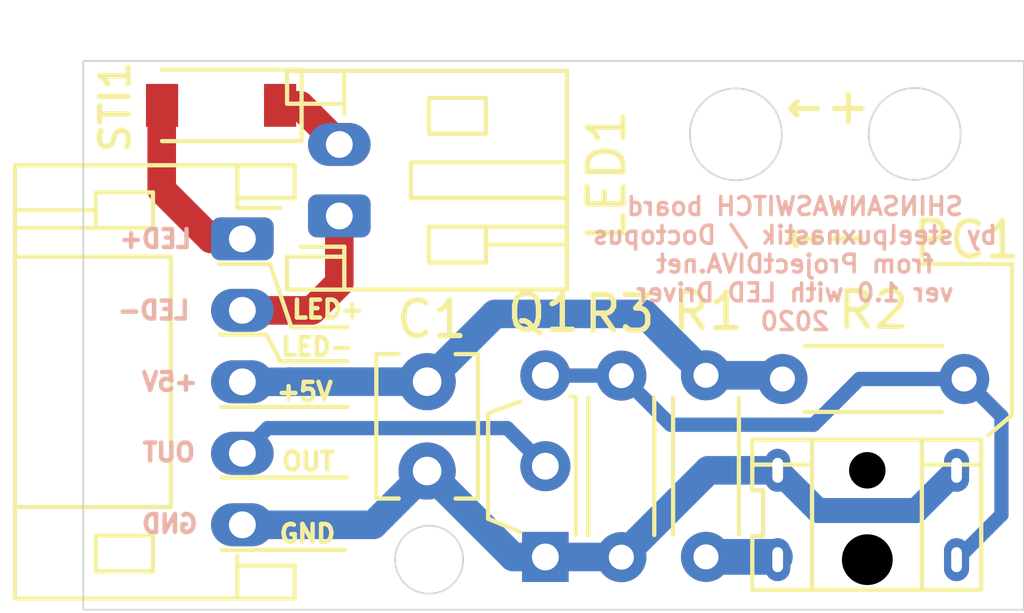
<source format=kicad_pcb>
(kicad_pcb (version 20220308) (generator pcbnew)
  (layers (0 "F.Cu" signal) (31 "B.Cu" signal) (34 "B.Paste" user) (35 "F.Paste" user) (36 "B.SilkS" user "B.Silkscreen") (37 "F.SilkS" user "F.Silkscreen") (38 "B.Mask" user) (39 "F.Mask" user) (44 "Edge.Cuts" user))
  (net 0 "")
  (net 1 "GND")
  (net 2 "Net-(LED1-Pin_2)")
  (net 3 "Net-(PC1-Pad2)")
  (net 4 "Net-(Q1-B)")
  (net 5 "/OUT")
  (net 6 "/+12V")
  (net 7 "/GNDA")
  (net 8 "/+5V")
  (footprint "Capacitor_THT:C_Disc_D3.8mm_W2.6mm_P2.50mm" (layer "F.Cu") (at 137.47 86.22 90)
    (fp_text reference "C1" (at 4.245 0.13 180) (layer "F.SilkS"))
    (fp_text value "0.1uf" hide)
    (fp_line (start -0.77 -1.42) (end -0.77 -0.795) (stroke (width 0.12)) (layer "F.SilkS"))
    (fp_line (start -0.77 -1.42) (end 3.27 -1.42) (stroke (width 0.12)) (layer "F.SilkS"))
    (fp_line (start -0.77 0.795) (end -0.77 1.42) (stroke (width 0.12)) (layer "F.SilkS"))
    (fp_line (start -0.77 1.42) (end 3.27 1.42) (stroke (width 0.12)) (layer "F.SilkS"))
    (fp_line (start 3.27 -1.42) (end 3.27 -0.795) (stroke (width 0.12)) (layer "F.SilkS"))
    (fp_line (start 3.27 0.795) (end 3.27 1.42) (stroke (width 0.12)) (layer "F.SilkS"))
    (pad "1" thru_hole circle locked (at 0 0 90) (size 1.6 1.6) (drill 0.8) (layers *.Cu *.Mask) (net 1 "GND"))
    (pad "2" thru_hole circle locked (at 2.5 0 90) (size 1.6 1.6) (drill 0.8) (layers *.Cu *.Mask) (net 8 "/+5V"))
  )
  (footprint "Package_TO_SOT_THT:TO-92S_Wide" (layer "F.Cu") (at 140.775 88.625 90)
    (fp_text reference "Q1" (at 6.825 -0.05 180) (layer "F.SilkS"))
    (fp_text value "2SC5395")
    (fp_line (start 0.62 0.85) (end 4.47 0.85) (stroke (width 0.12)) (layer "F.SilkS"))
    (fp_line (start 1.07 -1.6) (end 0.7 -0.7) (stroke (width 0.12)) (layer "F.SilkS"))
    (fp_line (start 4.02 -1.6) (end 1.07 -1.6) (stroke (width 0.12)) (layer "F.SilkS"))
    (fp_line (start 4.35 -0.7) (end 4.02 -1.6) (stroke (width 0.12)) (layer "F.SilkS"))
    (fp_line (start 4.47 0.85) (end 4.5 0.7) (stroke (width 0.12)) (layer "F.SilkS"))
    (pad "1" thru_hole rect locked (at 0 0 90) (size 1.4 1.3) (drill 0.75) (layers *.Cu *.Mask) (net 1 "GND"))
    (pad "2" thru_hole circle locked (at 2.54 0 90) (size 1.4 1.4) (drill 0.75) (layers *.Cu *.Mask) (net 5 "/OUT"))
    (pad "3" thru_hole circle locked (at 5.08 0 90) (size 1.4 1.4) (drill 0.75) (layers *.Cu *.Mask) (net 4 "Net-(Q1-B)"))
  )
  (footprint "Diode_SMD:D_SOD-123" (layer "F.Cu") (at 131.71 75.99 180)
    (fp_text reference "STI1" (at 2.96 -0.05 90) (layer "F.SilkS") (effects (font (size 0.8 0.8))))
    (fp_text value "NSI45020AT1G")
    (fp_line (start -2.25 -1) (end -2.25 1) (stroke (width 0.12)) (layer "F.SilkS"))
    (fp_line (start -2.25 -1) (end 1.65 -1) (stroke (width 0.12)) (layer "F.SilkS"))
    (fp_line (start -2.25 1) (end 1.65 1) (stroke (width 0.12)) (layer "F.SilkS"))
    (pad "1" smd rect locked (at -1.65 0 180) (size 0.9 1.2) (layers "F.Cu" "F.Paste" "F.Mask") (net 2 "Net-(LED1-Pin_2)"))
    (pad "2" smd rect locked (at 1.65 0 180) (size 0.9 1.2) (layers "F.Cu" "F.Paste" "F.Mask") (net 6 "/+12V"))
  )
  (footprint "Resistor_THT:R_Axial_DIN0204_L3.6mm_D1.6mm_P5.08mm_Horizontal" (layer "F.Cu") (at 145.265299 83.541846 -90)
    (fp_text reference "R1" (at -1.791846 -0.059701) (layer "F.SilkS"))
    (fp_text value "330")
    (fp_line (start 0.62 -0.92) (end 4.46 -0.92) (stroke (width 0.12)) (layer "F.SilkS"))
    (fp_line (start 0.62 0.92) (end 4.46 0.92) (stroke (width 0.12)) (layer "F.SilkS"))
    (pad "1" thru_hole circle locked (at 0 0 270) (size 1.4 1.4) (drill 0.7) (layers *.Cu *.Mask) (net 8 "/+5V"))
    (pad "2" thru_hole oval locked (at 5.08 0 270) (size 1.4 1.4) (drill 0.7) (layers *.Cu *.Mask) (net 3 "Net-(PC1-Pad2)"))
  )
  (footprint "Connector_JST:JST_PH_S2B-PH-K_1x02_P2.00mm_Horizontal" (layer "F.Cu") (at 135.015048 79.08416 90)
    (fp_text reference "LED1" (at 1.125 7.475 270) (layer "F.SilkS"))
    (fp_text value "Conn_01x02_Female" hide)
    (fp_line (start -2.06 -1.46) (end -2.06 6.36) (stroke (width 0.12)) (layer "F.SilkS"))
    (fp_line (start -2.06 0.14) (end -1.14 0.14) (stroke (width 0.12)) (layer "F.SilkS"))
    (fp_line (start -2.06 6.36) (end 4.06 6.36) (stroke (width 0.12)) (layer "F.SilkS"))
    (fp_line (start -1.3 2.5) (end -1.3 4.1) (stroke (width 0.12)) (layer "F.SilkS"))
    (fp_line (start -1.3 4.1) (end -0.3 4.1) (stroke (width 0.12)) (layer "F.SilkS"))
    (fp_line (start -1.14 -1.46) (end -2.06 -1.46) (stroke (width 0.12)) (layer "F.SilkS"))
    (fp_line (start -1.14 0.14) (end -1.14 -1.46) (stroke (width 0.12)) (layer "F.SilkS"))
    (fp_line (start -0.86 0.14) (end -1.14 0.14) (stroke (width 0.12)) (layer "F.SilkS"))
    (fp_line (start -0.86 0.14) (end -0.86 -1.075) (stroke (width 0.12)) (layer "F.SilkS"))
    (fp_line (start -0.8 4.1) (end -0.8 6.36) (stroke (width 0.12)) (layer "F.SilkS"))
    (fp_line (start -0.3 2.5) (end -1.3 2.5) (stroke (width 0.12)) (layer "F.SilkS"))
    (fp_line (start -0.3 4.1) (end -0.3 2.5) (stroke (width 0.12)) (layer "F.SilkS"))
    (fp_line (start -0.3 4.1) (end -0.3 6.36) (stroke (width 0.12)) (layer "F.SilkS"))
    (fp_line (start 0.5 2) (end 1.5 2) (stroke (width 0.12)) (layer "F.SilkS"))
    (fp_line (start 0.5 6.36) (end 0.5 2) (stroke (width 0.12)) (layer "F.SilkS"))
    (fp_line (start 1.5 2) (end 1.5 6.36) (stroke (width 0.12)) (layer "F.SilkS"))
    (fp_line (start 2.3 2.5) (end 3.3 2.5) (stroke (width 0.12)) (layer "F.SilkS"))
    (fp_line (start 2.3 4.1) (end 2.3 2.5) (stroke (width 0.12)) (layer "F.SilkS"))
    (fp_line (start 3.14 -1.46) (end 3.14 0.14) (stroke (width 0.12)) (layer "F.SilkS"))
    (fp_line (start 3.14 0.14) (end 2.86 0.14) (stroke (width 0.12)) (layer "F.SilkS"))
    (fp_line (start 3.3 2.5) (end 3.3 4.1) (stroke (width 0.12)) (layer "F.SilkS"))
    (fp_line (start 3.3 4.1) (end 2.3 4.1) (stroke (width 0.12)) (layer "F.SilkS"))
    (fp_line (start 4.06 -1.46) (end 3.14 -1.46) (stroke (width 0.12)) (layer "F.SilkS"))
    (fp_line (start 4.06 0.14) (end 3.14 0.14) (stroke (width 0.12)) (layer "F.SilkS"))
    (fp_line (start 4.06 6.36) (end 4.06 -1.46) (stroke (width 0.12)) (layer "F.SilkS"))
    (pad "1" thru_hole roundrect locked (at 0 0 90) (size 1.2 1.75) (drill 0.75) (layers *.Cu *.Mask) (roundrect_rratio 0.2083333333) (net 7 "/GNDA"))
    (pad "2" thru_hole oval locked (at 2 0 90) (size 1.2 1.75) (drill 0.75) (layers *.Cu *.Mask) (net 2 "Net-(LED1-Pin_2)"))
  )
  (footprint "Resistor_THT:R_Axial_DIN0204_L3.6mm_D1.6mm_P5.08mm_Horizontal" (layer "F.Cu") (at 142.9 83.55 -90)
    (fp_text reference "R3" (at -1.725 0.05 180) (layer "F.SilkS"))
    (fp_text value "10K")
    (fp_line (start 0.62 -0.92) (end 4.46 -0.92) (stroke (width 0.12)) (layer "F.SilkS"))
    (fp_line (start 0.62 0.92) (end 4.46 0.92) (stroke (width 0.12)) (layer "F.SilkS"))
    (pad "1" thru_hole circle locked (at 0 0 270) (size 1.4 1.4) (drill 0.7) (layers *.Cu *.Mask) (net 4 "Net-(Q1-B)"))
    (pad "2" thru_hole oval locked (at 5.08 0 270) (size 1.4 1.4) (drill 0.7) (layers *.Cu *.Mask) (net 1 "GND"))
  )
  (footprint "Connector_JST:JST_PH_S5B-PH-K_1x05_P2.00mm_Horizontal" (layer "F.Cu") (at 132.304628 79.725 -90)
    (fp_text reference "J1" hide)
    (fp_text value "Conn_01x05_Male" hide)
    (fp_line (start -2.06 -1.46) (end -2.06 6.36) (stroke (width 0.12)) (layer "F.SilkS"))
    (fp_line (start -2.06 0.14) (end -1.14 0.14) (stroke (width 0.12)) (layer "F.SilkS"))
    (fp_line (start -2.06 6.36) (end 10.06 6.36) (stroke (width 0.12)) (layer "F.SilkS"))
    (fp_line (start -1.3 2.5) (end -1.3 4.1) (stroke (width 0.12)) (layer "F.SilkS"))
    (fp_line (start -1.3 4.1) (end -0.3 4.1) (stroke (width 0.12)) (layer "F.SilkS"))
    (fp_line (start -1.14 -1.46) (end -2.06 -1.46) (stroke (width 0.12)) (layer "F.SilkS"))
    (fp_line (start -1.14 0.14) (end -1.14 -1.46) (stroke (width 0.12)) (layer "F.SilkS"))
    (fp_line (start -0.86 0.14) (end -1.14 0.14) (stroke (width 0.12)) (layer "F.SilkS"))
    (fp_line (start -0.86 0.14) (end -0.86 -1.075) (stroke (width 0.12)) (layer "F.SilkS"))
    (fp_line (start -0.8 4.1) (end -0.8 6.36) (stroke (width 0.12)) (layer "F.SilkS"))
    (fp_line (start -0.3 2.5) (end -1.3 2.5) (stroke (width 0.12)) (layer "F.SilkS"))
    (fp_line (start -0.3 4.1) (end -0.3 2.5) (stroke (width 0.12)) (layer "F.SilkS"))
    (fp_line (start -0.3 4.1) (end -0.3 6.36) (stroke (width 0.12)) (layer "F.SilkS"))
    (fp_line (start 0.5 2) (end 7.5 2) (stroke (width 0.12)) (layer "F.SilkS"))
    (fp_line (start 0.5 6.36) (end 0.5 2) (stroke (width 0.12)) (layer "F.SilkS"))
    (fp_line (start 7.5 2) (end 7.5 6.36) (stroke (width 0.12)) (layer "F.SilkS"))
    (fp_line (start 8.3 2.5) (end 9.3 2.5) (stroke (width 0.12)) (layer "F.SilkS"))
    (fp_line (start 8.3 4.1) (end 8.3 2.5) (stroke (width 0.12)) (layer "F.SilkS"))
    (fp_line (start 9.14 -1.46) (end 9.14 0.14) (stroke (width 0.12)) (layer "F.SilkS"))
    (fp_line (start 9.14 0.14) (end 8.86 0.14) (stroke (width 0.12)) (layer "F.SilkS"))
    (fp_line (start 9.3 2.5) (end 9.3 4.1) (stroke (width 0.12)) (layer "F.SilkS"))
    (fp_line (start 9.3 4.1) (end 8.3 4.1) (stroke (width 0.12)) (layer "F.SilkS"))
    (fp_line (start 10.06 -1.46) (end 9.14 -1.46) (stroke (width 0.12)) (layer "F.SilkS"))
    (fp_line (start 10.06 0.14) (end 9.14 0.14) (stroke (width 0.12)) (layer "F.SilkS"))
    (fp_line (start 10.06 6.36) (end 10.06 -1.46) (stroke (width 0.12)) (layer "F.SilkS"))
    (pad "1" thru_hole roundrect locked (at 0 0 270) (size 1.2 1.75) (drill 0.75) (layers *.Cu *.Mask) (roundrect_rratio 0.208) (net 6 "/+12V"))
    (pad "2" thru_hole oval locked (at 2 0 270) (size 1.2 1.75) (drill 0.75) (layers *.Cu *.Mask) (net 7 "/GNDA"))
    (pad "3" thru_hole oval locked (at 4 0 270) (size 1.2 1.75) (drill 0.75) (layers *.Cu *.Mask) (net 8 "/+5V"))
    (pad "4" thru_hole oval locked (at 6 0 270) (size 1.2 1.75) (drill 0.75) (layers *.Cu *.Mask) (net 5 "/OUT"))
    (pad "5" thru_hole oval locked (at 8 0 270) (size 1.2 1.75) (drill 0.75) (layers *.Cu *.Mask) (net 1 "GND"))
  )
  (footprint "RPI-221:RPI-352" (layer "F.Cu") (at 146.5 89.6)
    (fp_text reference "PC1" (at 6.05 -9.85 unlocked) (layer "F.SilkS"))
    (fp_text value "RPI-352")
    (fp_line (start 0.06 -4.26) (end 0.06 -2.84) (stroke (width 0.12)) (layer "F.SilkS"))
    (fp_line (start 0.06 -4.26) (end 6.46 -4.26) (stroke (width 0.12)) (layer "F.SilkS"))
    (fp_line (start 0.06 -3.56) (end 1.7 -3.56) (stroke (width 0.12)) (layer "F.SilkS"))
    (fp_line (start 0.06 -2.84) (end 0.36 -2.84) (stroke (width 0.12)) (layer "F.SilkS"))
    (fp_line (start 0.06 -1.56) (end 0.36 -1.56) (stroke (width 0.12)) (layer "F.SilkS"))
    (fp_line (start 0.06 -0.06) (end 0.06 -1.56) (stroke (width 0.12)) (layer "F.SilkS"))
    (fp_line (start 0.36 -2.84) (end 0.36 -1.56) (stroke (width 0.12)) (layer "F.SilkS"))
    (fp_line (start 1.73 -4.26) (end 1.73 -0.07) (stroke (width 0.12)) (layer "F.SilkS"))
    (fp_line (start 4.8 -4.26) (end 4.8 -0.08) (stroke (width 0.12)) (layer "F.SilkS"))
    (fp_line (start 4.8 -3.56) (end 6.42 -3.56) (stroke (width 0.12)) (layer "F.SilkS"))
    (fp_line (start 6.46 -4.26) (end 6.46 -0.06) (stroke (width 0.12)) (layer "F.SilkS"))
    (fp_line (start 6.46 -0.06) (end 0.06 -0.06) (stroke (width 0.12)) (layer "F.SilkS"))
    (pad "" np_thru_hole circle (at 3.275 -3.4) (size 1.02 1.02) (drill 1.02) (layers *.Mask))
    (pad "" np_thru_hole circle (at 3.275 -0.9) (size 1.42 1.42) (drill 1.42) (layers *.Mask))
    (pad "1" thru_hole oval (at 0.77 -3.4) (size 0.7 1.2) (drill oval 0.3 0.7) (layers *.Cu *.Mask) (net 1 "GND"))
    (pad "2" thru_hole oval (at 0.77 -0.9) (size 0.7 1.2) (drill oval 0.3 0.7) (layers *.Cu *.Mask) (net 3 "Net-(PC1-Pad2)"))
    (pad "3" thru_hole oval (at 5.77 -0.9) (size 0.7 1.2) (drill oval 0.3 0.7) (layers *.Cu *.Mask) (net 4 "Net-(Q1-B)"))
    (pad "4" thru_hole oval (at 5.77 -3.4) (size 0.7 1.2) (drill oval 0.3 0.7) (layers *.Cu *.Mask) (net 1 "GND"))
  )
  (footprint "Resistor_THT:R_Axial_DIN0204_L3.6mm_D1.6mm_P5.08mm_Horizontal" (layer "F.Cu") (at 147.402511 83.645663)
    (fp_text reference "R2" (at 2.540845 -1.932197 180) (layer "F.SilkS"))
    (fp_text value "22K")
    (fp_line (start 0.62 -0.92) (end 4.46 -0.92) (stroke (width 0.12)) (layer "F.SilkS"))
    (fp_line (start 0.62 0.92) (end 4.46 0.92) (stroke (width 0.12)) (layer "F.SilkS"))
    (pad "1" thru_hole circle locked (at 0 0) (size 1.4 1.4) (drill 0.7) (layers *.Cu *.Mask) (net 8 "/+5V"))
    (pad "2" thru_hole oval locked (at 5.08 0) (size 1.4 1.4) (drill 0.7) (layers *.Cu *.Mask) (net 4 "Net-(Q1-B)"))
  )
  (gr_line (start 135.175 88.425) (end 131.725 88.425) (stroke (width 0.12)) (layer "F.SilkS"))
  (gr_line (start 135.25 84.425) (end 131.7 84.425) (stroke (width 0.12)) (layer "F.SilkS"))
  (gr_line (start 131.65 80.425) (end 133.075 80.425) (stroke (width 0.12)) (layer "F.SilkS"))
  (gr_line (start 133.075 80.425) (end 133.675 82.2) (stroke (width 0.12)) (layer "F.SilkS"))
  (gr_line (start 132.975 82.4) (end 131.675 82.4) (stroke (width 0.12)) (layer "F.SilkS"))
  (gr_line (start 133.675 82.2) (end 135.25 82.2) (stroke (width 0.12)) (layer "F.SilkS"))
  (gr_line (start 133.375 83.15) (end 135.25 83.15) (stroke (width 0.12)) (layer "F.SilkS"))
  (gr_line (start 153.825 84.65) (end 153.825 80.425) (stroke (width 0.12)) (layer "F.SilkS"))
  (gr_line (start 153.825 80.425) (end 151.25 80.425) (stroke (width 0.12)) (layer "F.SilkS"))
  (gr_line (start 135.225 86.4) (end 131.725 86.4) (stroke (width 0.12)) (layer "F.SilkS"))
  (gr_line (start 132.975 82.4) (end 133.375 83.15) (stroke (width 0.12)) (layer "F.SilkS"))
  (gr_line (start 153.15 85.225) (end 153.825 84.65) (stroke (width 0.12)) (layer "F.SilkS"))
  (gr_rect (start 127.85651 74.746407) (end 154.15 90.1) (stroke (width 0.05)) (fill none) (layer "Edge.Cuts"))
  (gr_circle (center 146.1 76.8) (end 147.385 76.8) (stroke (width 0.05)) (fill none) (layer "Edge.Cuts"))
  (gr_circle (center 151.1 76.79) (end 152.385 76.79) (stroke (width 0.05)) (fill none) (layer "Edge.Cuts"))
  (gr_circle (center 137.525 88.7) (end 138.475 88.675) (stroke (width 0.05)) (fill none) (layer "Edge.Cuts"))
  (gr_text "GND" (at 130.275 87.7) (layer "B.SilkS") (effects (font (size 0.5 0.5) (thickness 0.125)) (justify mirror)))
  (gr_text "OUT" (at 130.25 85.7) (layer "B.SilkS") (effects (font (size 0.5 0.5) (thickness 0.125)) (justify mirror)))
  (gr_text "SHINSANWASWITCH board\nby steelpuxnastik / Doctopus\nfrom ProjectDIVA.net\nver 1.0 with LED Driver\n2020" (at 147.75 80.425) (layer "B.SilkS") (effects (font (size 0.5 0.5) (thickness 0.1)) (justify mirror)))
  (gr_text "LED+" (at 129.875 79.725) (layer "B.SilkS") (effects (font (size 0.5 0.5) (thickness 0.125)) (justify mirror)))
  (gr_text "LED-" (at 129.825 81.725) (layer "B.SilkS") (effects (font (size 0.5 0.5) (thickness 0.125)) (justify mirror)))
  (gr_text "+5V" (at 130.275 83.725) (layer "B.SilkS") (effects (font (size 0.5 0.5) (thickness 0.125)) (justify mirror)))
  (gr_text "LED+" (at 134.7 81.7) (layer "F.SilkS") (effects (font (size 0.5 0.5) (thickness 0.125))))
  (gr_text "LED-" (at 134.4 82.75) (layer "F.SilkS") (effects (font (size 0.5 0.5) (thickness 0.125))))
  (gr_text "←+" (at 148.625 76) (layer "F.SilkS") (effects (font (size 1 1))))
  (gr_text "←-" (at 148.6 79.65) (layer "F.SilkS") (effects (font (size 1 1))))
  (gr_text "OUT" (at 134.15 85.95) (layer "F.SilkS") (effects (font (size 0.5 0.5) (thickness 0.125))))
  (gr_text "+5V" (at 134.05 84) (layer "F.SilkS") (effects (font (size 0.5 0.5) (thickness 0.125))))
  (gr_text "GND" (at 134.125 87.975) (layer "F.SilkS") (effects (font (size 0.5 0.5) (thickness 0.125))))
  (segment (start 151.145 87.325) (end 148.395 87.325) (width 0.7) (layer "B.Cu") (net 1))
  (segment (start 148.395 87.325) (end 147.27 86.2) (width 0.7) (layer "B.Cu") (net 1))
  (segment (start 140.775 88.625) (end 139.875 88.625) (width 0.8) (layer "B.Cu") (net 1))
  (segment (start 142.9 88.63) (end 145.33 86.2) (width 0.8) (layer "B.Cu") (net 1))
  (segment (start 135.965 87.725) (end 137.47 86.22) (width 0.8) (layer "B.Cu") (net 1))
  (segment (start 140.775 88.625) (end 142.895 88.625) (width 0.8) (layer "B.Cu") (net 1))
  (segment (start 139.875 88.625) (end 137.47 86.22) (width 0.8) (layer "B.Cu") (net 1))
  (segment (start 145.33 86.2) (end 147.27 86.2) (width 0.8) (layer "B.Cu") (net 1))
  (segment (start 132.304628 87.725) (end 135.965 87.725) (width 0.8) (layer "B.Cu") (net 1))
  (segment (start 152.27 86.2) (end 151.145 87.325) (width 0.7) (layer "B.Cu") (net 1))
  (segment (start 142.895 88.625) (end 142.9 88.63) (width 0.7) (layer "B.Cu") (net 1))
  (segment (start 133.36 75.99) (end 133.920888 75.99) (width 0.8) (layer "F.Cu") (net 2))
  (segment (start 133.920888 75.99) (end 135.015048 77.08416) (width 0.8) (layer "F.Cu") (net 2))
  (segment (start 145.265299 88.621846) (end 147.191846 88.621846) (width 1) (layer "B.Cu") (net 3))
  (segment (start 152.27 88.7) (end 153.525 87.445) (width 0.4) (layer "B.Cu") (net 4))
  (segment (start 149.554337 83.645663) (end 148.275 84.925) (width 0.4) (layer "B.Cu") (net 4))
  (segment (start 153.525 87.445) (end 153.525 84.688152) (width 0.4) (layer "B.Cu") (net 4))
  (segment (start 140.78 83.55) (end 140.775 83.545) (width 0.4) (layer "B.Cu") (net 4))
  (segment (start 153.525 84.688152) (end 152.482511 83.645663) (width 0.4) (layer "B.Cu") (net 4))
  (segment (start 148.275 84.925) (end 144.275 84.925) (width 0.4) (layer "B.Cu") (net 4))
  (segment (start 144.275 84.925) (end 142.9 83.55) (width 0.4) (layer "B.Cu") (net 4))
  (segment (start 142.9 83.55) (end 140.78 83.55) (width 0.4) (layer "B.Cu") (net 4))
  (segment (start 152.482511 83.645663) (end 149.554337 83.645663) (width 0.4) (layer "B.Cu") (net 4))
  (segment (start 142.9 83.55) (end 142.64 83.55) (width 0.4) (layer "B.Cu") (net 4))
  (segment (start 132.304628 85.725) (end 133.009629 85.019999) (width 0.4) (layer "B.Cu") (net 5))
  (segment (start 133.009629 85.019999) (end 139.709999 85.019999) (width 0.4) (layer "B.Cu") (net 5))
  (segment (start 139.709999 85.019999) (end 140.775 86.085) (width 0.4) (layer "B.Cu") (net 5))
  (segment (start 130.05 78.35) (end 130.05 77.470372) (width 0.8) (layer "F.Cu") (net 6))
  (segment (start 132.304628 79.725) (end 131.425 79.725) (width 0.8) (layer "F.Cu") (net 6))
  (segment (start 130.05 75.99) (end 130.05 77.470372) (width 0.8) (layer "F.Cu") (net 6))
  (segment (start 131.425 79.725) (end 130.05 78.35) (width 0.8) (layer "F.Cu") (net 6))
  (segment (start 134.25 81.725) (end 135.015048 80.959952) (width 0.8) (layer "F.Cu") (net 7))
  (segment (start 135.015048 80.959952) (end 135.015048 79.08416) (width 0.8) (layer "F.Cu") (net 7))
  (segment (start 132.304628 81.725) (end 134.25 81.725) (width 0.8) (layer "F.Cu") (net 7))
  (segment (start 137.47 83.72) (end 139.365 81.825) (width 0.8) (layer "B.Cu") (net 8))
  (segment (start 133.62 83.72) (end 133.615 83.725) (width 0.8) (layer "B.Cu") (net 8))
  (segment (start 147.298694 83.541846) (end 147.402511 83.645663) (width 0.7) (layer "B.Cu") (net 8))
  (segment (start 133.615 83.725) (end 132.304628 83.725) (width 0.8) (layer "B.Cu") (net 8))
  (segment (start 143.548453 81.825) (end 145.265299 83.541846) (width 0.8) (layer "B.Cu") (net 8))
  (segment (start 139.365 81.825) (end 143.548453 81.825) (width 0.8) (layer "B.Cu") (net 8))
  (segment (start 145.265299 83.541846) (end 147.298694 83.541846) (width 0.8) (layer "B.Cu") (net 8))
  (segment (start 137.47 83.72) (end 133.62 83.72) (width 0.8) (layer "B.Cu") (net 8))
)
</source>
